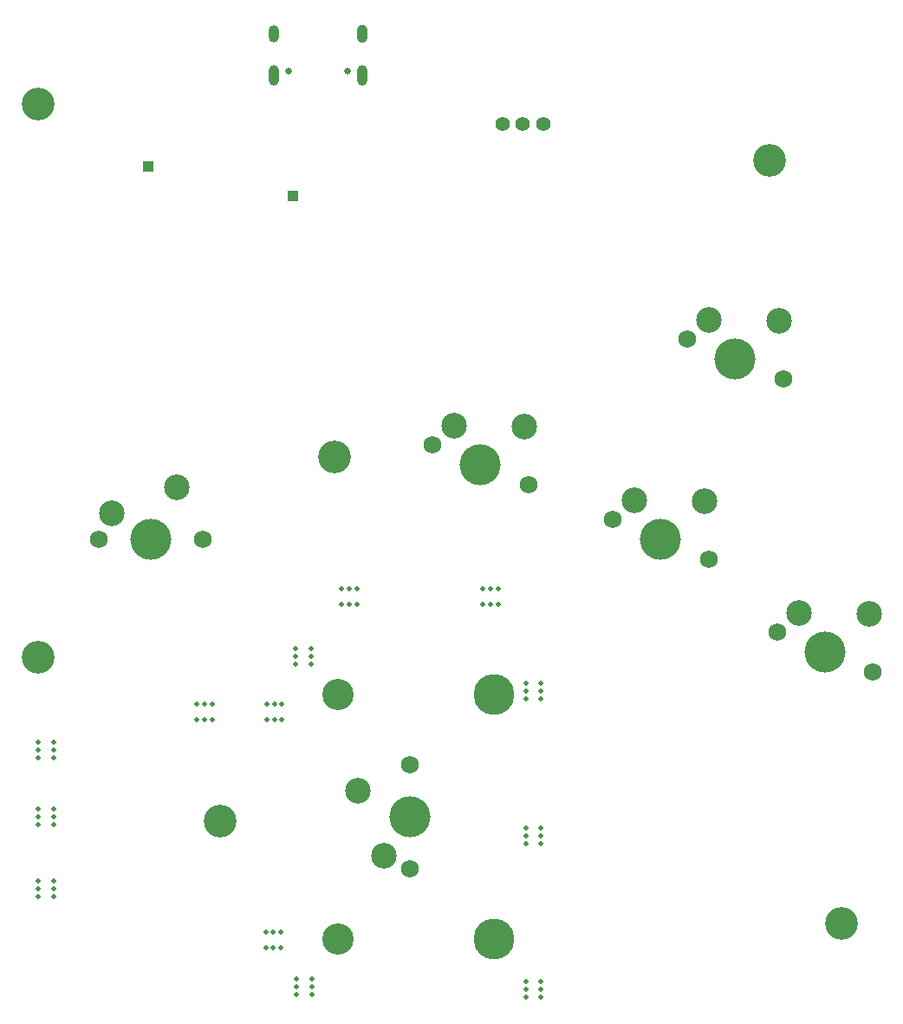
<source format=gbr>
%TF.GenerationSoftware,KiCad,Pcbnew,8.0.4*%
%TF.CreationDate,2024-07-24T16:44:51-07:00*%
%TF.ProjectId,panel_1,70616e65-6c5f-4312-9e6b-696361645f70,rev?*%
%TF.SameCoordinates,Original*%
%TF.FileFunction,Soldermask,Bot*%
%TF.FilePolarity,Negative*%
%FSLAX46Y46*%
G04 Gerber Fmt 4.6, Leading zero omitted, Abs format (unit mm)*
G04 Created by KiCad (PCBNEW 8.0.4) date 2024-07-24 16:44:51*
%MOMM*%
%LPD*%
G01*
G04 APERTURE LIST*
%ADD10C,3.200000*%
%ADD11C,0.500000*%
%ADD12C,1.750000*%
%ADD13C,4.000000*%
%ADD14C,2.500000*%
%ADD15C,3.048000*%
%ADD16C,3.987800*%
%ADD17R,1.000000X1.000000*%
%ADD18C,1.400000*%
%ADD19C,0.650000*%
%ADD20O,1.000000X2.000000*%
%ADD21O,1.000000X1.800000*%
%ADD22O,1.000000X1.700000*%
G04 APERTURE END LIST*
D10*
%TO.C,H4*%
X127500000Y-109500000D03*
%TD*%
%TO.C,H5*%
X78000000Y-64000000D03*
%TD*%
D11*
%TO.C,mouse-bite-2mm-slot*%
X74200000Y-84200000D03*
X75700000Y-84200000D03*
X74200000Y-83450000D03*
X75700000Y-83450000D03*
X74200000Y-82700000D03*
X75700000Y-82700000D03*
%TD*%
%TO.C,mouse-bite-2mm-slot*%
X93950000Y-78350000D03*
X93950000Y-76850000D03*
X93200000Y-78350000D03*
X93200000Y-76850000D03*
X92450000Y-78350000D03*
X92450000Y-76850000D03*
%TD*%
D12*
%TO.C,SW8_DP1*%
X54920000Y-71991696D03*
D13*
X60000000Y-71991696D03*
D12*
X65080000Y-71991696D03*
D14*
X56190000Y-69451696D03*
X62540000Y-66911696D03*
%TD*%
D15*
%TO.C,S1*%
X78325000Y-110998000D03*
D16*
X93535000Y-110998000D03*
D15*
X78325000Y-87122000D03*
D16*
X93535000Y-87122000D03*
%TD*%
D10*
%TO.C,H1*%
X49000000Y-29500000D03*
%TD*%
D11*
%TO.C,mouse-bite-2mm-slot*%
X49050000Y-93350000D03*
X50550000Y-93350000D03*
X49050000Y-92600000D03*
X50550000Y-92600000D03*
X49050000Y-91850000D03*
X50550000Y-91850000D03*
%TD*%
D10*
%TO.C,H13*%
X66800000Y-99500000D03*
%TD*%
%TO.C,H3*%
X120500000Y-35000000D03*
%TD*%
D12*
%TO.C,SW19_LEFT1*%
X87541559Y-62780211D03*
D13*
X92234867Y-64724243D03*
D12*
X96928175Y-66668275D03*
D14*
X89686902Y-60919565D03*
X96525553Y-61002951D03*
%TD*%
D11*
%TO.C,mouse-bite-2mm-slot*%
X66000000Y-89600000D03*
X66000000Y-88100000D03*
X65250000Y-89600000D03*
X65250000Y-88100000D03*
X64500000Y-89600000D03*
X64500000Y-88100000D03*
%TD*%
%TO.C,mouse-bite-2mm-slot*%
X96650000Y-116700000D03*
X98150000Y-116700000D03*
X96650000Y-115950000D03*
X98150000Y-115950000D03*
X96650000Y-115200000D03*
X98150000Y-115200000D03*
%TD*%
D17*
%TO.C,TP1*%
X59800000Y-35600000D03*
%TD*%
D10*
%TO.C,H2*%
X49000000Y-83500000D03*
%TD*%
D11*
%TO.C,mouse-bite-2mm-slot*%
X49050000Y-99850000D03*
X50550000Y-99850000D03*
X49050000Y-99100000D03*
X50550000Y-99100000D03*
X49050000Y-98350000D03*
X50550000Y-98350000D03*
%TD*%
D12*
%TO.C,SW20_RIGHT1*%
X121210635Y-81055968D03*
D13*
X125903943Y-83000000D03*
D12*
X130597251Y-84944032D03*
D14*
X123355978Y-79195322D03*
X130194629Y-79278708D03*
%TD*%
D11*
%TO.C,mouse-bite-2mm-slot*%
X96650000Y-101700000D03*
X98150000Y-101700000D03*
X96650000Y-100950000D03*
X98150000Y-100950000D03*
X96650000Y-100200000D03*
X98150000Y-100200000D03*
%TD*%
%TO.C,mouse-bite-2mm-slot*%
X72850000Y-89600000D03*
X72850000Y-88100000D03*
X72100000Y-89600000D03*
X72100000Y-88100000D03*
X71350000Y-89600000D03*
X71350000Y-88100000D03*
%TD*%
%TO.C,mouse-bite-2mm-slot*%
X72750000Y-111850000D03*
X72750000Y-110350000D03*
X72000000Y-111850000D03*
X72000000Y-110350000D03*
X71250000Y-111850000D03*
X71250000Y-110350000D03*
%TD*%
D12*
%TO.C,SW16_SPACE1*%
X85310000Y-104140000D03*
D13*
X85310000Y-99060000D03*
D12*
X85310000Y-93980000D03*
D14*
X82770000Y-102870000D03*
X80230000Y-96520000D03*
%TD*%
D18*
%TO.C,J2*%
X98380000Y-31430000D03*
X96380000Y-31430000D03*
X94380000Y-31430000D03*
%TD*%
D11*
%TO.C,mouse-bite-2mm-slot*%
X96650000Y-87600000D03*
X98150000Y-87600000D03*
X96650000Y-86850000D03*
X98150000Y-86850000D03*
X96650000Y-86100000D03*
X98150000Y-86100000D03*
%TD*%
D12*
%TO.C,SW17_W1*%
X112431583Y-52470425D03*
D13*
X117124891Y-54414457D03*
D12*
X121818199Y-56358489D03*
D14*
X114576926Y-50609779D03*
X121415577Y-50693165D03*
%TD*%
D11*
%TO.C,mouse-bite-2mm-slot*%
X80150000Y-78350000D03*
X80150000Y-76850000D03*
X79400000Y-78350000D03*
X79400000Y-76850000D03*
X78650000Y-78350000D03*
X78650000Y-76850000D03*
%TD*%
D19*
%TO.C,J1*%
X79265000Y-26245000D03*
X73495000Y-26245000D03*
D20*
X80700000Y-26745000D03*
D21*
X80700000Y-22605000D03*
D20*
X72060000Y-26745000D03*
D22*
X72060000Y-22605000D03*
%TD*%
D17*
%TO.C,TP2*%
X73900000Y-38500000D03*
%TD*%
D11*
%TO.C,mouse-bite-2mm-slot*%
X74250000Y-116450000D03*
X75750000Y-116450000D03*
X74250000Y-115700000D03*
X75750000Y-115700000D03*
X74250000Y-114950000D03*
X75750000Y-114950000D03*
%TD*%
D12*
%TO.C,SW18_DOWN1*%
X105141464Y-70070330D03*
D13*
X109834772Y-72014362D03*
D12*
X114528080Y-73958394D03*
D14*
X107286807Y-68209684D03*
X114125458Y-68293070D03*
%TD*%
D11*
%TO.C,mouse-bite-2mm-slot*%
X49050000Y-106850000D03*
X50550000Y-106850000D03*
X49050000Y-106100000D03*
X50550000Y-106100000D03*
X49050000Y-105350000D03*
X50550000Y-105350000D03*
%TD*%
M02*

</source>
